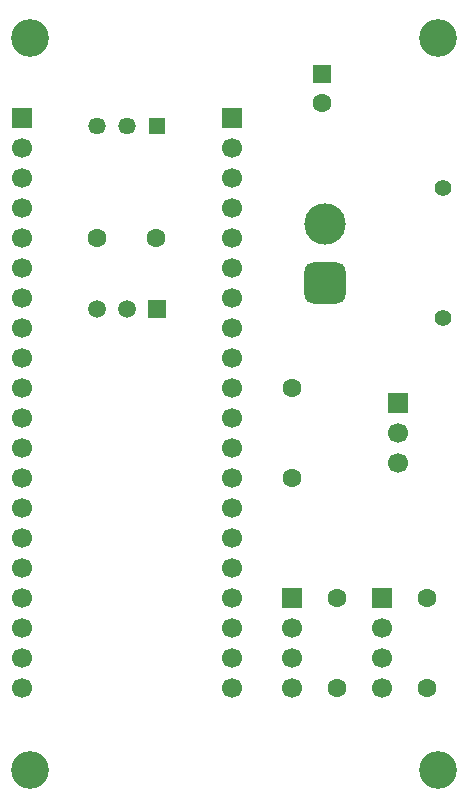
<source format=gbr>
%TF.GenerationSoftware,KiCad,Pcbnew,9.0.6*%
%TF.CreationDate,2025-12-26T01:32:08+09:00*%
%TF.ProjectId,PicomniRover,5069636f-6d6e-4695-926f-7665722e6b69,rev?*%
%TF.SameCoordinates,Original*%
%TF.FileFunction,Soldermask,Bot*%
%TF.FilePolarity,Negative*%
%FSLAX46Y46*%
G04 Gerber Fmt 4.6, Leading zero omitted, Abs format (unit mm)*
G04 Created by KiCad (PCBNEW 9.0.6) date 2025-12-26 01:32:08*
%MOMM*%
%LPD*%
G01*
G04 APERTURE LIST*
G04 Aperture macros list*
%AMRoundRect*
0 Rectangle with rounded corners*
0 $1 Rounding radius*
0 $2 $3 $4 $5 $6 $7 $8 $9 X,Y pos of 4 corners*
0 Add a 4 corners polygon primitive as box body*
4,1,4,$2,$3,$4,$5,$6,$7,$8,$9,$2,$3,0*
0 Add four circle primitives for the rounded corners*
1,1,$1+$1,$2,$3*
1,1,$1+$1,$4,$5*
1,1,$1+$1,$6,$7*
1,1,$1+$1,$8,$9*
0 Add four rect primitives between the rounded corners*
20,1,$1+$1,$2,$3,$4,$5,0*
20,1,$1+$1,$4,$5,$6,$7,0*
20,1,$1+$1,$6,$7,$8,$9,0*
20,1,$1+$1,$8,$9,$2,$3,0*%
G04 Aperture macros list end*
%ADD10R,1.700000X1.700000*%
%ADD11C,1.700000*%
%ADD12C,3.200000*%
%ADD13R,1.500000X1.500000*%
%ADD14C,1.500000*%
%ADD15C,1.600000*%
%ADD16R,1.462000X1.462000*%
%ADD17C,1.462000*%
%ADD18RoundRect,0.250000X-0.550000X0.550000X-0.550000X-0.550000X0.550000X-0.550000X0.550000X0.550000X0*%
%ADD19C,1.400000*%
%ADD20RoundRect,0.770000X-0.980000X0.980000X-0.980000X-0.980000X0.980000X-0.980000X0.980000X0.980000X0*%
%ADD21C,3.500000*%
G04 APERTURE END LIST*
D10*
%TO.C,J5*%
X82615000Y-77460000D03*
D11*
X82615000Y-80000000D03*
X82615000Y-82540000D03*
%TD*%
D10*
%TO.C,J4*%
X81280000Y-93980000D03*
D11*
X81280000Y-96520000D03*
X81280000Y-99060000D03*
X81280000Y-101600000D03*
%TD*%
D12*
%TO.C,REF\u002A\u002A*%
X86000000Y-108500000D03*
%TD*%
D13*
%TO.C,Q1*%
X62230000Y-69490000D03*
D14*
X59690000Y-69490000D03*
X57150000Y-69490000D03*
%TD*%
D15*
%TO.C,R1*%
X77470000Y-101600000D03*
X77470000Y-93980000D03*
%TD*%
%TO.C,R3*%
X73660000Y-83820000D03*
X73660000Y-76200000D03*
%TD*%
D12*
%TO.C,REF\u002A\u002A*%
X86000000Y-46500000D03*
%TD*%
D10*
%TO.C,J1*%
X50800000Y-53340000D03*
D11*
X50800000Y-55880000D03*
X50800000Y-58420000D03*
X50800000Y-60960000D03*
X50800000Y-63500000D03*
X50800000Y-66040000D03*
X50800000Y-68580000D03*
X50800000Y-71120000D03*
X50800000Y-73660000D03*
X50800000Y-76200000D03*
X50800000Y-78740000D03*
X50800000Y-81280000D03*
X50800000Y-83820000D03*
X50800000Y-86360000D03*
X50800000Y-88900000D03*
X50800000Y-91440000D03*
X50800000Y-93980000D03*
X50800000Y-96520000D03*
X50800000Y-99060000D03*
X50800000Y-101600000D03*
%TD*%
D10*
%TO.C,J3*%
X73660000Y-93980000D03*
D11*
X73660000Y-96520000D03*
X73660000Y-99060000D03*
X73660000Y-101600000D03*
%TD*%
D12*
%TO.C,REF\u002A\u002A*%
X51500000Y-108500000D03*
%TD*%
D16*
%TO.C,PS1*%
X62230000Y-53975000D03*
D17*
X59690000Y-53975000D03*
X57150000Y-53975000D03*
%TD*%
D15*
%TO.C,C1*%
X57190000Y-63500000D03*
X62190000Y-63500000D03*
%TD*%
D10*
%TO.C,J2*%
X68580000Y-53340000D03*
D11*
X68580000Y-55880000D03*
X68580000Y-58420000D03*
X68580000Y-60960000D03*
X68580000Y-63500000D03*
X68580000Y-66040000D03*
X68580000Y-68580000D03*
X68580000Y-71120000D03*
X68580000Y-73660000D03*
X68580000Y-76200000D03*
X68580000Y-78740000D03*
X68580000Y-81280000D03*
X68580000Y-83820000D03*
X68580000Y-86360000D03*
X68580000Y-88900000D03*
X68580000Y-91440000D03*
X68580000Y-93980000D03*
X68580000Y-96520000D03*
X68580000Y-99060000D03*
X68580000Y-101600000D03*
%TD*%
D18*
%TO.C,C2*%
X76200000Y-49570000D03*
D15*
X76200000Y-52070000D03*
%TD*%
D12*
%TO.C,REF\u002A\u002A*%
X51500000Y-46500000D03*
%TD*%
D15*
%TO.C,R2*%
X85090000Y-101600000D03*
X85090000Y-93980000D03*
%TD*%
D19*
%TO.C,J6*%
X86500000Y-59270000D03*
X86500000Y-70270000D03*
D20*
X76500000Y-67270000D03*
D21*
X76500000Y-62270000D03*
%TD*%
M02*

</source>
